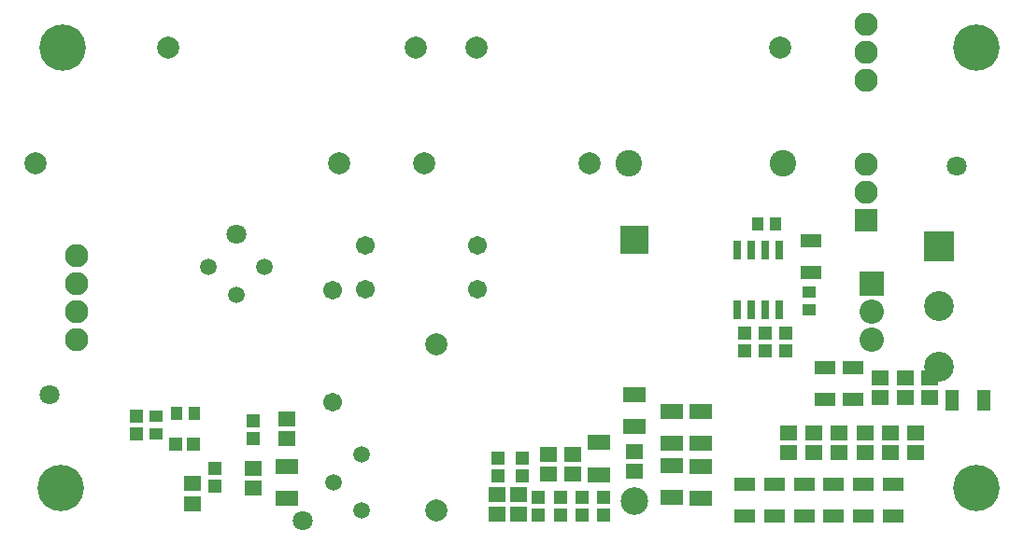
<source format=gbs>
G04*
G04 #@! TF.GenerationSoftware,Altium Limited,Altium Designer,18.0.12 (696)*
G04*
G04 Layer_Color=0*
%FSLAX44Y44*%
%MOMM*%
G71*
G01*
G75*
%ADD10R,1.0532X1.2032*%
%ADD11R,1.2032X1.0532*%
%ADD12R,1.1532X1.2032*%
%ADD13R,1.2032X1.9532*%
%ADD15R,1.2032X1.1532*%
%ADD17C,2.0032*%
%ADD18C,1.5032*%
%ADD19C,1.7032*%
%ADD20C,1.8032*%
%ADD21C,2.1032*%
%ADD22C,2.2032*%
%ADD23R,2.2032X2.2032*%
%ADD24R,2.7032X2.7032*%
%ADD25C,2.7032*%
%ADD26R,2.1032X2.1032*%
%ADD27R,2.5032X2.5032*%
%ADD28C,2.5032*%
%ADD29C,2.4032*%
%ADD30C,4.2032*%
%ADD62R,1.9532X1.2032*%
%ADD63R,0.8032X1.7532*%
%ADD64R,1.6032X1.4032*%
%ADD65R,2.0032X1.4032*%
D10*
X1271415Y527500D02*
D03*
X1255415D02*
D03*
X1782000Y700000D02*
D03*
X1798000D02*
D03*
D11*
X1828958Y621958D02*
D03*
Y637957D02*
D03*
X1236872Y525500D02*
D03*
Y509500D02*
D03*
D12*
X1270915Y500000D02*
D03*
X1254915D02*
D03*
D13*
X1958298Y540000D02*
D03*
X1987298D02*
D03*
D15*
X1218830Y509500D02*
D03*
Y525500D02*
D03*
X1325000Y505000D02*
D03*
Y521000D02*
D03*
X1603065Y435207D02*
D03*
Y451208D02*
D03*
X1622908Y435207D02*
D03*
Y451208D02*
D03*
X1642750Y435207D02*
D03*
Y451208D02*
D03*
X1583222Y435207D02*
D03*
Y451208D02*
D03*
X1568500Y487250D02*
D03*
Y471250D02*
D03*
X1546750Y487250D02*
D03*
Y471250D02*
D03*
X1807250Y584500D02*
D03*
Y600500D02*
D03*
X1788750Y584250D02*
D03*
Y600250D02*
D03*
X1770250Y584250D02*
D03*
Y600250D02*
D03*
X1290293Y462000D02*
D03*
Y478000D02*
D03*
D17*
X1472500Y860000D02*
D03*
X1247500D02*
D03*
X1490457Y590000D02*
D03*
Y440000D02*
D03*
X1127500Y755000D02*
D03*
X1402500D02*
D03*
X1630000D02*
D03*
X1480000D02*
D03*
X1802044Y860000D02*
D03*
X1527044D02*
D03*
D18*
X1335400Y660400D02*
D03*
X1310000Y635000D02*
D03*
X1284600Y660400D02*
D03*
X1422700Y490400D02*
D03*
X1397300Y465000D02*
D03*
X1422700Y439600D02*
D03*
D19*
X1426700Y680000D02*
D03*
X1528300D02*
D03*
X1527941Y640000D02*
D03*
X1426342D02*
D03*
X1396500Y639300D02*
D03*
Y537700D02*
D03*
D20*
X1310000Y690000D02*
D03*
X1370000Y430000D02*
D03*
X1140000Y545000D02*
D03*
X1962500Y752500D02*
D03*
D21*
X1165000Y594600D02*
D03*
Y620000D02*
D03*
Y645400D02*
D03*
Y670800D02*
D03*
X1880000Y728400D02*
D03*
Y753800D02*
D03*
Y830000D02*
D03*
Y855400D02*
D03*
Y880800D02*
D03*
D22*
X1885000Y594600D02*
D03*
Y620000D02*
D03*
D23*
Y645400D02*
D03*
D24*
X1946022Y679600D02*
D03*
D25*
Y625000D02*
D03*
Y570400D02*
D03*
D26*
X1880000Y703000D02*
D03*
D27*
X1670000Y685000D02*
D03*
D28*
Y448000D02*
D03*
D29*
X1665150Y755000D02*
D03*
X1804850D02*
D03*
D30*
X1980000Y860000D02*
D03*
X1152500Y860000D02*
D03*
X1150000Y460000D02*
D03*
X1980000D02*
D03*
D62*
X1830000Y684500D02*
D03*
Y655500D02*
D03*
X1770000Y463708D02*
D03*
Y434707D02*
D03*
X1797000Y463708D02*
D03*
Y434707D02*
D03*
X1824000Y463708D02*
D03*
Y434707D02*
D03*
X1851000Y463708D02*
D03*
Y434707D02*
D03*
X1878000Y463708D02*
D03*
Y434707D02*
D03*
X1905000Y463708D02*
D03*
Y434707D02*
D03*
X1868628Y569500D02*
D03*
Y540500D02*
D03*
X1842585Y569500D02*
D03*
Y540500D02*
D03*
D63*
X1801550Y621543D02*
D03*
X1788850D02*
D03*
X1776150D02*
D03*
X1763450D02*
D03*
X1801550Y675543D02*
D03*
X1788850D02*
D03*
X1776150D02*
D03*
X1763450D02*
D03*
D64*
X1270000Y464000D02*
D03*
Y446000D02*
D03*
X1325000Y478000D02*
D03*
Y460000D02*
D03*
X1355000Y505000D02*
D03*
Y523000D02*
D03*
X1565630Y436457D02*
D03*
Y454458D02*
D03*
X1545787Y436457D02*
D03*
Y454458D02*
D03*
X1592500Y490500D02*
D03*
Y472500D02*
D03*
X1614250Y490500D02*
D03*
Y472500D02*
D03*
X1925000Y510000D02*
D03*
Y492000D02*
D03*
X1902000Y510000D02*
D03*
Y492000D02*
D03*
X1879000Y510000D02*
D03*
Y492000D02*
D03*
X1856000Y510000D02*
D03*
Y492000D02*
D03*
X1833000Y510000D02*
D03*
Y492000D02*
D03*
X1810000Y510000D02*
D03*
Y492000D02*
D03*
X1892920Y541750D02*
D03*
Y559750D02*
D03*
X1915463Y541750D02*
D03*
Y559750D02*
D03*
X1938005Y541750D02*
D03*
Y559750D02*
D03*
X1670000Y475000D02*
D03*
Y493000D02*
D03*
D65*
X1355000Y450500D02*
D03*
Y479500D02*
D03*
X1703958Y451457D02*
D03*
Y480457D02*
D03*
X1730000Y450500D02*
D03*
Y479500D02*
D03*
X1670000Y544500D02*
D03*
Y515500D02*
D03*
X1703958Y529500D02*
D03*
Y500500D02*
D03*
X1730000Y529500D02*
D03*
Y500500D02*
D03*
X1637750Y472250D02*
D03*
Y501250D02*
D03*
M02*

</source>
